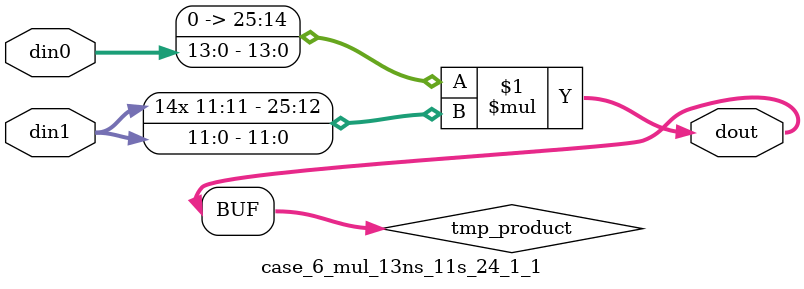
<source format=v>

`timescale 1 ns / 1 ps

 (* use_dsp = "no" *)  module case_6_mul_13ns_11s_24_1_1(din0, din1, dout);
parameter ID = 1;
parameter NUM_STAGE = 0;
parameter din0_WIDTH = 14;
parameter din1_WIDTH = 12;
parameter dout_WIDTH = 26;

input [din0_WIDTH - 1 : 0] din0; 
input [din1_WIDTH - 1 : 0] din1; 
output [dout_WIDTH - 1 : 0] dout;

wire signed [dout_WIDTH - 1 : 0] tmp_product;

























assign tmp_product = $signed({1'b0, din0}) * $signed(din1);










assign dout = tmp_product;





















endmodule

</source>
